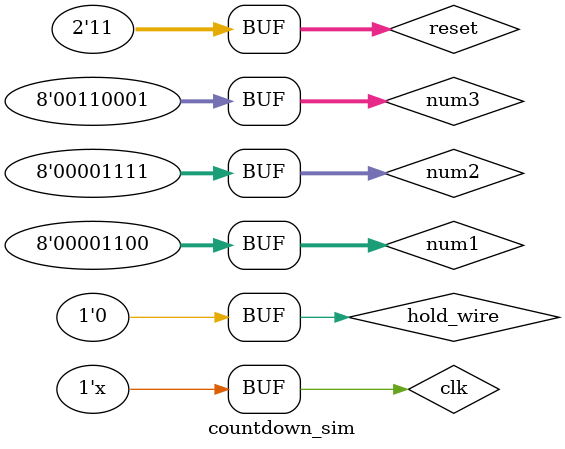
<source format=v>
`timescale 1ns / 1ps


module countdown_sim();
	reg clk, hold_wire;
	reg [1:0] reset;
	reg [7:0] num1, num2, num3;
	wire [7:0] w1, w2, w3;
	wire [1:0] zero;

	wire [1:0] time_up;
	wire [6:0] show_num;
	wire [7:0] show_port;
	wire hold;

	countdown cd1 (clk, reset, hold_wire, num1, num2, num3, time_up,
	 show_num, show_port, w1, w2, w3, zero, hold);

	always #1 clk = ~clk;

	initial begin
		num1 = 12;
		num2 = 15;
		num3 = 49;
		clk = 0;
		reset = 'b10;
		hold_wire = 0;
		#1000 reset = 'b00;
		#1000 reset = 'b01;
		#1000 reset = 'b11;
	end
endmodule

</source>
